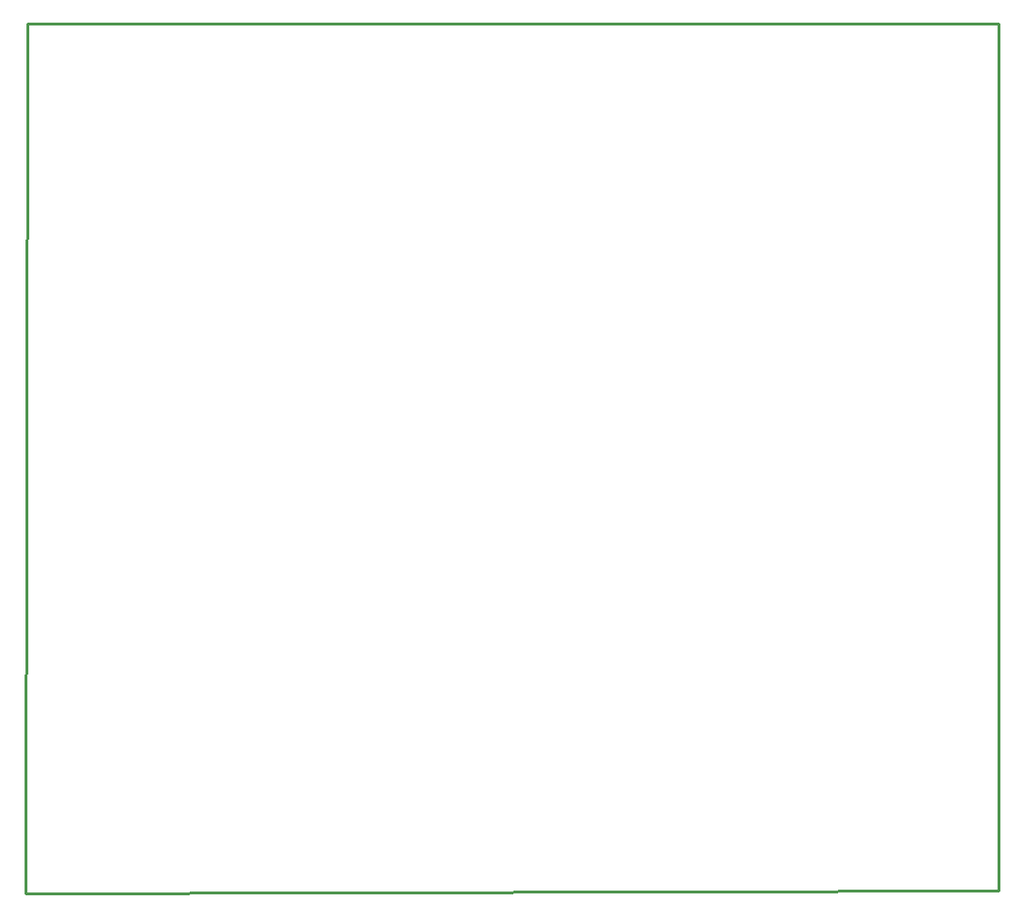
<source format=gko>
G04 Layer: BoardOutline*
G04 EasyEDA v6.3.22, 2020-03-08T18:10:28+01:00*
G04 ad07acf79a374764822efb46aa97c54e,8b17585b6d3b4194b9f3377f08818917,10*
G04 Gerber Generator version 0.2*
G04 Scale: 100 percent, Rotated: No, Reflected: No *
G04 Dimensions in inches *
G04 leading zeros omitted , absolute positions ,2 integer and 4 decimal *
%FSLAX24Y24*%
%MOIN*%
G90*
G70D02*

%ADD10C,0.010000*%
G54D10*
G01X50Y30750D02*
G01X34350Y30750D01*
G01X34350Y100D01*
G01X0Y0D01*
G01X50Y30750D01*

%LPD*%
M00*
M02*

</source>
